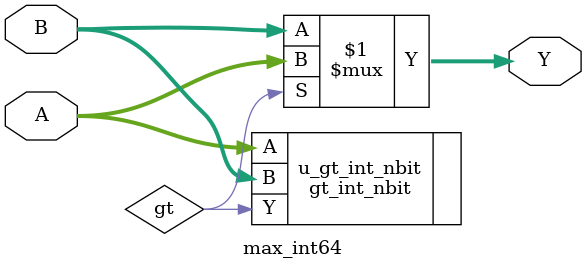
<source format=v>

module max_int64 #(
    parameter WIDTH = 64
)(
    input [WIDTH-1:0] A,
    input [WIDTH-1:0] B,
    output [WIDTH-1:0] Y,
);

    wire gt;
    gt_int_nbit #(
        .WIDTH(WIDTH)
    ) u_gt_int_nbit (
        .A(A),
        .B(B),
        .Y(gt)
    );

    assign Y = gt ? A : B;

endmodule

</source>
